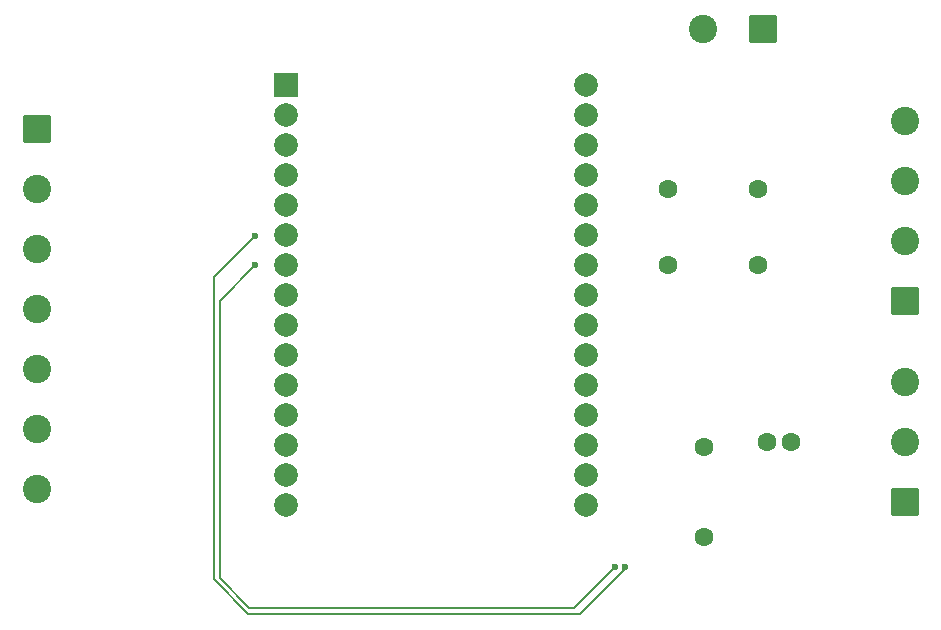
<source format=gbr>
%TF.GenerationSoftware,KiCad,Pcbnew,9.0.4*%
%TF.CreationDate,2025-09-22T07:52:28+08:00*%
%TF.ProjectId,SecurityDoorLockSystem,53656375-7269-4747-9944-6f6f724c6f63,0*%
%TF.SameCoordinates,Original*%
%TF.FileFunction,Copper,L2,Bot*%
%TF.FilePolarity,Positive*%
%FSLAX46Y46*%
G04 Gerber Fmt 4.6, Leading zero omitted, Abs format (unit mm)*
G04 Created by KiCad (PCBNEW 9.0.4) date 2025-09-22 07:52:28*
%MOMM*%
%LPD*%
G01*
G04 APERTURE LIST*
G04 Aperture macros list*
%AMRoundRect*
0 Rectangle with rounded corners*
0 $1 Rounding radius*
0 $2 $3 $4 $5 $6 $7 $8 $9 X,Y pos of 4 corners*
0 Add a 4 corners polygon primitive as box body*
4,1,4,$2,$3,$4,$5,$6,$7,$8,$9,$2,$3,0*
0 Add four circle primitives for the rounded corners*
1,1,$1+$1,$2,$3*
1,1,$1+$1,$4,$5*
1,1,$1+$1,$6,$7*
1,1,$1+$1,$8,$9*
0 Add four rect primitives between the rounded corners*
20,1,$1+$1,$2,$3,$4,$5,0*
20,1,$1+$1,$4,$5,$6,$7,0*
20,1,$1+$1,$6,$7,$8,$9,0*
20,1,$1+$1,$8,$9,$2,$3,0*%
G04 Aperture macros list end*
%TA.AperFunction,ComponentPad*%
%ADD10R,2.000000X2.000000*%
%TD*%
%TA.AperFunction,ComponentPad*%
%ADD11C,2.000000*%
%TD*%
%TA.AperFunction,ComponentPad*%
%ADD12C,1.600000*%
%TD*%
%TA.AperFunction,ComponentPad*%
%ADD13C,2.400000*%
%TD*%
%TA.AperFunction,ComponentPad*%
%ADD14RoundRect,0.250001X0.949999X-0.949999X0.949999X0.949999X-0.949999X0.949999X-0.949999X-0.949999X0*%
%TD*%
%TA.AperFunction,ComponentPad*%
%ADD15RoundRect,0.250001X-0.949999X0.949999X-0.949999X-0.949999X0.949999X-0.949999X0.949999X0.949999X0*%
%TD*%
%TA.AperFunction,ComponentPad*%
%ADD16RoundRect,0.250001X0.949999X0.949999X-0.949999X0.949999X-0.949999X-0.949999X0.949999X-0.949999X0*%
%TD*%
%TA.AperFunction,ViaPad*%
%ADD17C,0.600000*%
%TD*%
%TA.AperFunction,Conductor*%
%ADD18C,0.200000*%
%TD*%
G04 APERTURE END LIST*
D10*
%TO.P,U1,1,3V3*%
%TO.N,/3v3*%
X105600000Y-65260000D03*
D11*
%TO.P,U1,2,GND*%
%TO.N,GND*%
X105600000Y-67800000D03*
%TO.P,U1,3,D15*%
%TO.N,unconnected-(U1-D15-Pad3)*%
X105600000Y-70340000D03*
%TO.P,U1,4,D2*%
%TO.N,unconnected-(U1-D2-Pad4)*%
X105600000Y-72880000D03*
%TO.P,U1,5,D4*%
%TO.N,Net-(U1-D4)*%
X105600000Y-75420000D03*
%TO.P,U1,6,RX2*%
%TO.N,Net-(U1-RX2)*%
X105600000Y-77960000D03*
%TO.P,U1,7,TX2*%
%TO.N,Net-(U1-TX2)*%
X105600000Y-80500000D03*
%TO.P,U1,8,D5*%
%TO.N,unconnected-(U1-D5-Pad8)*%
X105600000Y-83040000D03*
%TO.P,U1,9,D18*%
%TO.N,/SCK*%
X105600000Y-85580000D03*
%TO.P,U1,10,D19*%
%TO.N,/MISO*%
X105600000Y-88120000D03*
%TO.P,U1,11,D21*%
%TO.N,/SDA*%
X105600000Y-90660000D03*
%TO.P,U1,12,RX0*%
%TO.N,unconnected-(U1-RX0-Pad12)*%
X105600000Y-93200000D03*
%TO.P,U1,13,TX0*%
%TO.N,unconnected-(U1-TX0-Pad13)*%
X105600000Y-95740000D03*
%TO.P,U1,14,D22*%
%TO.N,unconnected-(U1-D22-Pad14)*%
X105600000Y-98280000D03*
%TO.P,U1,15,D23*%
%TO.N,/MOSI*%
X105600000Y-100820000D03*
%TO.P,U1,16,EN*%
%TO.N,unconnected-(U1-EN-Pad16)*%
X131000000Y-100820000D03*
%TO.P,U1,17,VP*%
%TO.N,unconnected-(U1-VP-Pad17)*%
X131000000Y-98280000D03*
%TO.P,U1,18,VN*%
%TO.N,unconnected-(U1-VN-Pad18)*%
X131000000Y-95740000D03*
%TO.P,U1,19,D34*%
%TO.N,unconnected-(U1-D34-Pad19)*%
X131000000Y-93200000D03*
%TO.P,U1,20,D35*%
%TO.N,unconnected-(U1-D35-Pad20)*%
X131000000Y-90660000D03*
%TO.P,U1,21,D32*%
%TO.N,/RST*%
X131000000Y-88120000D03*
%TO.P,U1,22,D33*%
%TO.N,unconnected-(U1-D33-Pad22)*%
X131000000Y-85580000D03*
%TO.P,U1,23,D25*%
%TO.N,unconnected-(U1-D25-Pad23)*%
X131000000Y-83040000D03*
%TO.P,U1,24,D26*%
%TO.N,unconnected-(U1-D26-Pad24)*%
X131000000Y-80500000D03*
%TO.P,U1,25,D27*%
%TO.N,unconnected-(U1-D27-Pad25)*%
X131000000Y-77960000D03*
%TO.P,U1,26,D14*%
%TO.N,unconnected-(U1-D14-Pad26)*%
X131000000Y-75420000D03*
%TO.P,U1,27,D12*%
%TO.N,unconnected-(U1-D12-Pad27)*%
X131000000Y-72880000D03*
%TO.P,U1,28,D13*%
%TO.N,unconnected-(U1-D13-Pad28)*%
X131000000Y-70340000D03*
%TO.P,U1,29,GND*%
%TO.N,GND*%
X131000000Y-67800000D03*
%TO.P,U1,30,VIN*%
%TO.N,VCC*%
X131000000Y-65260000D03*
%TD*%
D12*
%TO.P,R3,2*%
%TO.N,Net-(U1-D4)*%
X141000000Y-103500000D03*
%TO.P,R3,1*%
%TO.N,/Servo Signal*%
X141000000Y-95880000D03*
%TD*%
D13*
%TO.P,J2,3,Pin_3*%
%TO.N,GND*%
X158000000Y-90340000D03*
%TO.P,J2,2,Pin_2*%
%TO.N,VCC*%
X158000000Y-95420000D03*
D14*
%TO.P,J2,1,Pin_1*%
%TO.N,/Servo Signal*%
X158000000Y-100500000D03*
%TD*%
D12*
%TO.P,R2,1*%
%TO.N,Net-(U1-RX2)*%
X138000000Y-80500000D03*
%TO.P,R2,2*%
%TO.N,/Receiver*%
X145620000Y-80500000D03*
%TD*%
%TO.P,R1,1*%
%TO.N,Net-(U1-TX2)*%
X138000000Y-74000000D03*
%TO.P,R1,2*%
%TO.N,/Transmitter*%
X145620000Y-74000000D03*
%TD*%
D14*
%TO.P,J4,1,Pin_1*%
%TO.N,VCC*%
X158000000Y-83500000D03*
D13*
%TO.P,J4,2,Pin_2*%
%TO.N,GND*%
X158000000Y-78420000D03*
%TO.P,J4,3,Pin_3*%
%TO.N,/Receiver*%
X158000000Y-73340000D03*
%TO.P,J4,4,Pin_4*%
%TO.N,/Transmitter*%
X158000000Y-68260000D03*
%TD*%
D15*
%TO.P,J3,1,Pin_1*%
%TO.N,/SDA*%
X84500000Y-68920000D03*
D13*
%TO.P,J3,2,Pin_2*%
%TO.N,/SCK*%
X84500000Y-74000000D03*
%TO.P,J3,3,Pin_3*%
%TO.N,/MOSI*%
X84500000Y-79080000D03*
%TO.P,J3,4,Pin_4*%
%TO.N,/MISO*%
X84500000Y-84160000D03*
%TO.P,J3,5,Pin_5*%
%TO.N,GND*%
X84500000Y-89240000D03*
%TO.P,J3,6,Pin_6*%
%TO.N,/RST*%
X84500000Y-94320000D03*
%TO.P,J3,7,Pin_7*%
%TO.N,/3v3*%
X84500000Y-99400000D03*
%TD*%
D16*
%TO.P,J1,1,Pin_1*%
%TO.N,VCC*%
X146000000Y-60500000D03*
D13*
%TO.P,J1,2,Pin_2*%
%TO.N,GND*%
X140920000Y-60500000D03*
%TD*%
D12*
%TO.P,C1,1*%
%TO.N,/Servo Signal*%
X146345000Y-95480000D03*
%TO.P,C1,2*%
%TO.N,GND*%
X148345000Y-95480000D03*
%TD*%
D17*
%TO.N,Net-(U1-RX2)*%
X103000000Y-78000000D03*
X134300003Y-106000000D03*
%TO.N,Net-(U1-TX2)*%
X103000000Y-80500000D03*
X133500000Y-106000000D03*
%TD*%
D18*
%TO.N,Net-(U1-RX2)*%
X99500000Y-81500000D02*
X103000000Y-78000000D01*
X99500000Y-107000000D02*
X99500000Y-81500000D01*
X130500000Y-110000000D02*
X102500000Y-110000000D01*
X102432900Y-110000000D02*
X99500000Y-107067100D01*
X134300003Y-106199997D02*
X130500000Y-110000000D01*
X99500000Y-107067100D02*
X99500000Y-107000000D01*
X134300003Y-106000000D02*
X134300003Y-106199997D01*
X102500000Y-110000000D02*
X102432900Y-110000000D01*
%TO.N,Net-(U1-TX2)*%
X100000000Y-83500000D02*
X103000000Y-80500000D01*
X100000000Y-106500000D02*
X100000000Y-83500000D01*
X130000000Y-109500000D02*
X102500000Y-109500000D01*
X100000000Y-107000000D02*
X100000000Y-106500000D01*
X133500000Y-106000000D02*
X130000000Y-109500000D01*
X102500000Y-109500000D02*
X100000000Y-107000000D01*
%TD*%
M02*

</source>
